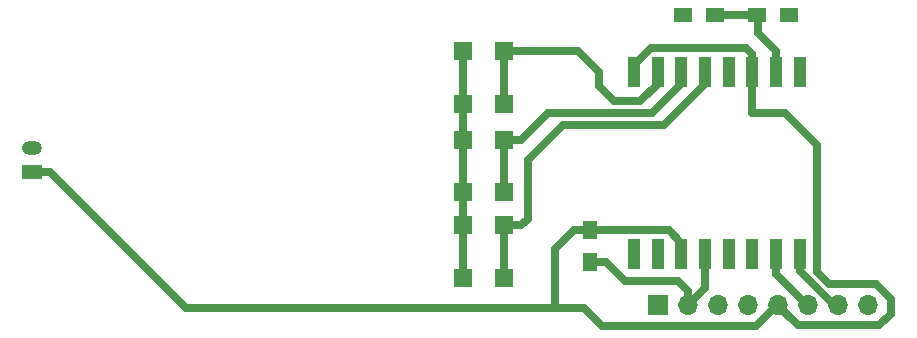
<source format=gtl>
G04 #@! TF.FileFunction,Copper,L1,Top,Signal*
%FSLAX46Y46*%
G04 Gerber Fmt 4.6, Leading zero omitted, Abs format (unit mm)*
G04 Created by KiCad (PCBNEW 4.0.5+dfsg1-4) date Sat Sep 16 14:32:47 2017*
%MOMM*%
%LPD*%
G01*
G04 APERTURE LIST*
%ADD10C,0.100000*%
%ADD11R,1.100000X2.500000*%
%ADD12R,1.500000X1.300000*%
%ADD13R,1.300000X1.500000*%
%ADD14R,1.700000X1.200000*%
%ADD15O,1.700000X1.200000*%
%ADD16R,1.500000X1.500000*%
%ADD17R,1.700000X1.700000*%
%ADD18O,1.700000X1.700000*%
%ADD19C,0.685800*%
%ADD20C,0.685800*%
%ADD21C,0.635000*%
G04 APERTURE END LIST*
D10*
D11*
X160000000Y-78800000D03*
X158000000Y-78800000D03*
X156000000Y-78800000D03*
X154000000Y-78800000D03*
X152000000Y-78800000D03*
X150000000Y-78800000D03*
X148000000Y-78800000D03*
X146000000Y-78800000D03*
X146000000Y-94200000D03*
X148000000Y-94200000D03*
X150000000Y-94200000D03*
X152000000Y-94200000D03*
X154000000Y-94200000D03*
X156000000Y-94200000D03*
X158000000Y-94200000D03*
X160000000Y-94200000D03*
D12*
X152850000Y-74000000D03*
X150150000Y-74000000D03*
X156400000Y-74000000D03*
X159100000Y-74000000D03*
D13*
X142250000Y-94850000D03*
X142250000Y-92150000D03*
D14*
X95000000Y-87250000D03*
D15*
X95000000Y-85250000D03*
D16*
X131500000Y-88975000D03*
X131500000Y-84525000D03*
X135000000Y-88975000D03*
X135000000Y-84525000D03*
X131500000Y-96225000D03*
X131500000Y-91775000D03*
X135000000Y-96225000D03*
X135000000Y-91775000D03*
X131500000Y-81475000D03*
X131500000Y-77025000D03*
X135000000Y-81475000D03*
X135000000Y-77025000D03*
D17*
X148000000Y-98500000D03*
D18*
X150540000Y-98500000D03*
X153080000Y-98500000D03*
X155620000Y-98500000D03*
X158160000Y-98500000D03*
X160700000Y-98500000D03*
X163240000Y-98500000D03*
X165780000Y-98500000D03*
D19*
X131500000Y-86500000D03*
X131500000Y-77025000D03*
X131500000Y-96225000D03*
X159100000Y-74000000D03*
X148000000Y-93500000D03*
X146000000Y-93500000D03*
X146000000Y-93500000D03*
X150150000Y-74000000D03*
X156000000Y-93500000D03*
X160000000Y-79500000D03*
X154000000Y-79500000D03*
X154000000Y-93500000D03*
D20*
X156000000Y-79500000D02*
X156000000Y-82250000D01*
X161500000Y-85000000D02*
X161500000Y-95750000D01*
X141750000Y-98750000D02*
X139250000Y-98750000D01*
X156000000Y-82250000D02*
X158750000Y-82250000D01*
X158750000Y-82250000D02*
X161500000Y-85000000D01*
X167750000Y-99250000D02*
X166750000Y-100250000D01*
X161500000Y-95750000D02*
X162500000Y-96750000D01*
X162500000Y-96750000D02*
X166500000Y-96750000D01*
X166500000Y-96750000D02*
X167750000Y-98000000D01*
X167750000Y-98000000D02*
X167750000Y-99250000D01*
X143285000Y-100285000D02*
X141750000Y-98750000D01*
X166750000Y-100250000D02*
X159830000Y-100250000D01*
X159830000Y-100250000D02*
X158080000Y-98500000D01*
X158080000Y-98500000D02*
X156295000Y-100285000D01*
X156295000Y-100285000D02*
X143285000Y-100285000D01*
X150000000Y-93500000D02*
X150000000Y-93234138D01*
X150000000Y-93234138D02*
X148915862Y-92150000D01*
X148915862Y-92150000D02*
X143585800Y-92150000D01*
X143585800Y-92150000D02*
X142250000Y-92150000D01*
X139250000Y-98750000D02*
X108035800Y-98750000D01*
X142250000Y-92150000D02*
X140914200Y-92150000D01*
X140914200Y-92150000D02*
X139250000Y-93814200D01*
X139250000Y-93814200D02*
X139250000Y-98750000D01*
X108035800Y-98750000D02*
X96535800Y-87250000D01*
X96535800Y-87250000D02*
X95000000Y-87250000D01*
X155500000Y-76750000D02*
X156000000Y-77250000D01*
X156000000Y-77250000D02*
X156000000Y-79500000D01*
X147404178Y-76750000D02*
X155500000Y-76750000D01*
X146000000Y-78154178D02*
X147404178Y-76750000D01*
X146000000Y-79500000D02*
X146000000Y-78154178D01*
X131500000Y-86500000D02*
X131500000Y-84525000D01*
X131500000Y-88975000D02*
X131500000Y-86500000D01*
X131500000Y-81475000D02*
X131500000Y-77025000D01*
X131500000Y-84525000D02*
X131500000Y-80750000D01*
X131500000Y-91775000D02*
X131500000Y-88975000D01*
X131500000Y-96225000D02*
X131500000Y-91775000D01*
X138750000Y-82250000D02*
X138710800Y-82250000D01*
X138710800Y-82250000D02*
X136435800Y-84525000D01*
X136435800Y-84525000D02*
X135000000Y-84525000D01*
X148015862Y-81723850D02*
X147499101Y-82240611D01*
X147499101Y-82250000D02*
X138759389Y-82250000D01*
X138759389Y-82240611D02*
X138750000Y-82250000D01*
X150000000Y-79500000D02*
X150000000Y-79765862D01*
X150000000Y-79765862D02*
X148015862Y-81750000D01*
X135000000Y-88975000D02*
X135000000Y-84525000D01*
X135000000Y-91775000D02*
X136435800Y-91775000D01*
X136435800Y-91775000D02*
X137000000Y-91210800D01*
X137000000Y-91210800D02*
X137000000Y-86250000D01*
X137000000Y-86250000D02*
X140000000Y-83250000D01*
X140000000Y-83250000D02*
X148515861Y-83250000D01*
X148515861Y-83250000D02*
X149015862Y-82749999D01*
X149015862Y-82750000D02*
X152000000Y-79765862D01*
X152000000Y-79765862D02*
X152000000Y-79500000D01*
X135000000Y-96225000D02*
X135000000Y-91775000D01*
X148000000Y-79500000D02*
X148000000Y-79765862D01*
X148000000Y-79765862D02*
X146515862Y-81250000D01*
X146515862Y-81250000D02*
X144250000Y-81250000D01*
X144250000Y-81250000D02*
X143000000Y-80000000D01*
X143000000Y-80000000D02*
X143000000Y-78750000D01*
X143000000Y-78750000D02*
X141275000Y-77025000D01*
X141275000Y-77025000D02*
X135000000Y-77025000D01*
X135000000Y-77025000D02*
X135000000Y-81475000D01*
X156400000Y-74000000D02*
X152850000Y-74000000D01*
X158000000Y-79500000D02*
X158000000Y-77000000D01*
X158000000Y-77000000D02*
X156500000Y-75500000D01*
X156500000Y-75500000D02*
X156500000Y-74100000D01*
X156500000Y-74100000D02*
X156400000Y-74000000D01*
X145235800Y-96500000D02*
X149742081Y-96500000D01*
X149742081Y-96500000D02*
X150540000Y-97297919D01*
X150540000Y-97297919D02*
X150540000Y-98500000D01*
X142250000Y-94850000D02*
X143585800Y-94850000D01*
X143585800Y-94850000D02*
X145235800Y-96500000D01*
X152000000Y-97040000D02*
X152000000Y-96500000D01*
X152000000Y-96500000D02*
X152000000Y-93500000D01*
X150540000Y-98500000D02*
X152000000Y-97040000D01*
D21*
X152000000Y-95065000D02*
X152000000Y-93500000D01*
X160620000Y-98500000D02*
X158000000Y-95880000D01*
X158000000Y-95880000D02*
X158000000Y-93500000D01*
X160000000Y-95615014D02*
X160000000Y-93500000D01*
X162884986Y-98500000D02*
X160000000Y-95615014D01*
X163160000Y-98500000D02*
X162884986Y-98500000D01*
M02*

</source>
